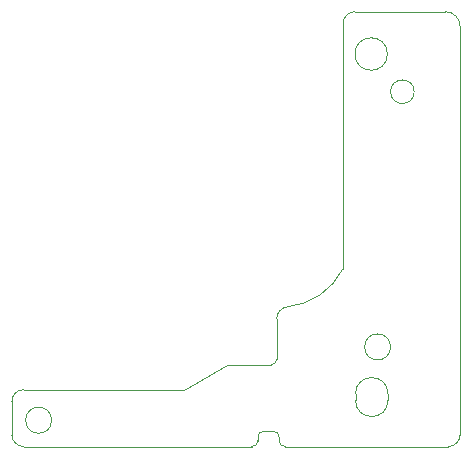
<source format=gbr>
%TF.GenerationSoftware,KiCad,Pcbnew,7.0.6*%
%TF.CreationDate,2023-09-27T22:25:32-07:00*%
%TF.ProjectId,procon_battery_pcb,70726f63-6f6e-45f6-9261-74746572795f,rev?*%
%TF.SameCoordinates,Original*%
%TF.FileFunction,Profile,NP*%
%FSLAX46Y46*%
G04 Gerber Fmt 4.6, Leading zero omitted, Abs format (unit mm)*
G04 Created by KiCad (PCBNEW 7.0.6) date 2023-09-27 22:25:32*
%MOMM*%
%LPD*%
G01*
G04 APERTURE LIST*
%TA.AperFunction,Profile*%
%ADD10C,0.100000*%
%TD*%
G04 APERTURE END LIST*
D10*
X78809584Y-22990100D02*
G75*
G03*
X78809584Y-22990100I-1000000J0D01*
G01*
X76543715Y-19798427D02*
G75*
G03*
X76543715Y-19798427I-1375000J0D01*
G01*
X76809945Y-44596217D02*
G75*
G03*
X76809945Y-44596217I-1100000J0D01*
G01*
X73844369Y-49118379D02*
G75*
G03*
X76594369Y-49118379I1375000J0D01*
G01*
X73844369Y-48568377D02*
X73844369Y-49118379D01*
X76594361Y-48568381D02*
G75*
G03*
X73844369Y-48568377I-1374996J0D01*
G01*
X76594369Y-49118379D02*
X76594369Y-48568381D01*
X48115895Y-50808722D02*
G75*
G03*
X48115895Y-50808722I-1100000J0D01*
G01*
X68075733Y-41206680D02*
G75*
G03*
X67176400Y-42201602I100712J-994961D01*
G01*
X67176400Y-45609400D02*
X67176400Y-42201602D01*
X66676400Y-46109396D02*
G75*
G03*
X67176400Y-45609400I45J499955D01*
G01*
X62996400Y-46109400D02*
X66676400Y-46109400D01*
X59346400Y-48209400D02*
X62996400Y-46109400D01*
X45746400Y-48209400D02*
X59346400Y-48209400D01*
X45746400Y-48209396D02*
G75*
G03*
X44746400Y-49209400I45J-1000045D01*
G01*
X44746400Y-52029400D02*
X44746400Y-49209400D01*
X44746486Y-52029400D02*
G75*
G03*
X45746400Y-53029400I999959J-41D01*
G01*
X65076400Y-53029400D02*
X45746400Y-53029400D01*
X65076400Y-53029396D02*
G75*
G03*
X65576400Y-52529400I45J499955D01*
G01*
X65576400Y-52229400D02*
X65576400Y-52529400D01*
X66076400Y-51729396D02*
G75*
G03*
X65576400Y-52229400I45J-500045D01*
G01*
X66876400Y-51729400D02*
X66076400Y-51729400D01*
X67376486Y-52229400D02*
G75*
G03*
X66876400Y-51729400I-500041J-41D01*
G01*
X67376400Y-52529400D02*
X67376400Y-52229400D01*
X67376486Y-52529400D02*
G75*
G03*
X67876400Y-53029400I499959J-41D01*
G01*
X81696400Y-53029400D02*
X67876400Y-53029400D01*
X81696400Y-53029396D02*
G75*
G03*
X82696400Y-52029400I45J999955D01*
G01*
X82696400Y-17459400D02*
X82696400Y-52029400D01*
X82696406Y-17459400D02*
G75*
G03*
X81446400Y-16209400I-1250001J-1D01*
G01*
X73796400Y-16209400D02*
X81446400Y-16209400D01*
X73796400Y-16209396D02*
G75*
G03*
X72796400Y-17209400I45J-1000045D01*
G01*
X72796400Y-37959400D02*
X72796400Y-17209400D01*
X68075737Y-41206718D02*
G75*
G03*
X72796399Y-37959400I-599692J5926677D01*
G01*
M02*

</source>
